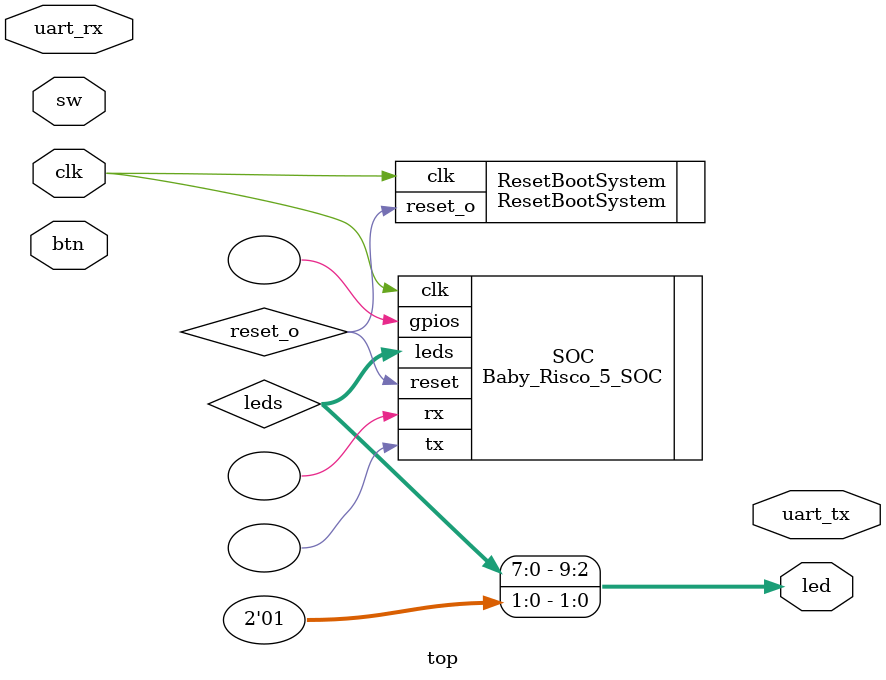
<source format=v>
module top (
    input wire clk, // 50mhz clock
    input wire [3:0] btn,
    input wire [9:0] sw,
    input wire uart_rx,
    output wire uart_tx,
    output wire [9:0] led
);

wire reset_o;

wire [7:0]leds;

assign led = {leds, 2'b01};

ResetBootSystem #(
    .CYCLES(20)
) ResetBootSystem(
    .clk(clk),
    .reset_o(reset_o)
);

Baby_Risco_5_SOC #(
    .CLOCK_FREQ(50000000),
    .BIT_RATE(115200),
    .MEMORY_SIZE(2048),
    .MEMORY_FILE("../../software/memory/teste_uart_fpga.hex"),
    .GPIO_WIDHT(6),
    .UART_BUFFER_SIZE(16)
) SOC(
    .clk(clk),
    .reset(reset_o),
    .leds(leds),
    .rx(),
    .tx(),
    .gpios()
);

    
endmodule
</source>
